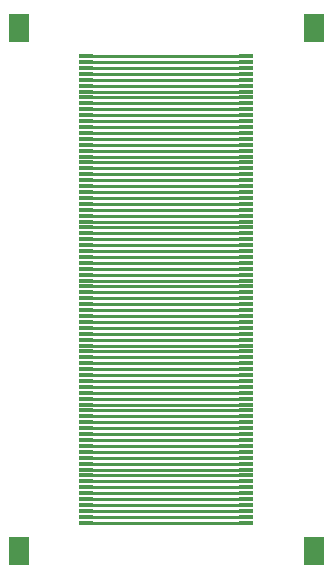
<source format=gtl>
G04*
G04 #@! TF.GenerationSoftware,Altium Limited,Altium Designer,22.3.1 (43)*
G04*
G04 Layer_Physical_Order=1*
G04 Layer_Color=255*
%FSLAX25Y25*%
%MOIN*%
G70*
G04*
G04 #@! TF.SameCoordinates,9D4118E4-E203-4AE3-99F8-471285BC0BC6*
G04*
G04*
G04 #@! TF.FilePolarity,Positive*
G04*
G01*
G75*
%ADD12C,0.01000*%
%ADD18R,0.07087X0.09252*%
%ADD19R,0.05118X0.01181*%
D12*
X184770Y60061D02*
X237930D01*
X184770Y58092D02*
X237930D01*
X184770Y56124D02*
X237930D01*
X184770Y54155D02*
X237930D01*
X184770Y52187D02*
X237930D01*
X184770Y50218D02*
X237930D01*
X184770Y48250D02*
X237930D01*
X184770Y46281D02*
X237930D01*
X184770Y44313D02*
X237930D01*
X184770Y42344D02*
X237930D01*
X184770Y197856D02*
X237930D01*
X184770Y195887D02*
X237930D01*
X184770Y193919D02*
X237930D01*
X184770Y191950D02*
X237930D01*
X184770Y189982D02*
X237930D01*
X184770Y188013D02*
X237930D01*
X184770Y123053D02*
X237930D01*
X184770Y121084D02*
X237930D01*
X184770Y119116D02*
X237930D01*
X184770Y117147D02*
X237930D01*
X184770Y115179D02*
X237930D01*
X184770Y113210D02*
X237930D01*
X184770Y111242D02*
X237930D01*
X184770Y109273D02*
X237930D01*
X184770Y107305D02*
X237930D01*
X184770Y105336D02*
X237930D01*
X184770Y103368D02*
X237930D01*
X184770Y101399D02*
X237930D01*
X184770Y99431D02*
X237930D01*
X184770Y97462D02*
X237930D01*
X184770Y95494D02*
X237930D01*
X184770Y93525D02*
X237930D01*
X184770Y91557D02*
X237930D01*
X184770Y89588D02*
X237930D01*
X184770Y87620D02*
X237930D01*
X184770Y85651D02*
X237930D01*
X184770Y83683D02*
X237930D01*
X184770Y81714D02*
X237930D01*
X184770Y79746D02*
X237930D01*
X184770Y77777D02*
X237930D01*
X184770Y75809D02*
X237930D01*
X184770Y73840D02*
X237930D01*
X184770Y71872D02*
X237930D01*
X184770Y69903D02*
X237930D01*
X184770Y67935D02*
X237930D01*
X184770Y65966D02*
X237930D01*
X184770Y63998D02*
X237930D01*
X184770Y62029D02*
X237930D01*
X184770Y186045D02*
X237930D01*
X184770Y184076D02*
X237930D01*
X184770Y182108D02*
X237930D01*
X184770Y180139D02*
X237930D01*
X184770Y178171D02*
X237930D01*
X184770Y176202D02*
X237930D01*
X184770Y174234D02*
X237930D01*
X184770Y172265D02*
X237930D01*
X184770Y170297D02*
X237930D01*
X184770Y168328D02*
X237930D01*
X184770Y166360D02*
X237930D01*
X184770Y164391D02*
X237930D01*
X184770Y162423D02*
X237930D01*
X184770Y160454D02*
X237930D01*
X184770Y158486D02*
X237930D01*
X184770Y156517D02*
X237930D01*
X184770Y154549D02*
X237930D01*
X184770Y152580D02*
X237930D01*
X184770Y150612D02*
X237930D01*
X184770Y148643D02*
X237930D01*
X184770Y146675D02*
X237930D01*
X184770Y144706D02*
X237930D01*
X184770Y142738D02*
X237930D01*
X184770Y140769D02*
X237930D01*
X184770Y138801D02*
X237930D01*
X184770Y136832D02*
X237930D01*
X184770Y134864D02*
X237930D01*
X184770Y132895D02*
X237930D01*
X184770Y130927D02*
X237930D01*
X184770Y128958D02*
X237930D01*
X184770Y126990D02*
X237930D01*
X184770Y125021D02*
X237930D01*
D18*
X162132Y207403D02*
D03*
Y32797D02*
D03*
X260568D02*
D03*
Y207403D02*
D03*
D19*
X184770Y42344D02*
D03*
Y44313D02*
D03*
Y46281D02*
D03*
Y48250D02*
D03*
Y50218D02*
D03*
Y52187D02*
D03*
Y54155D02*
D03*
Y56124D02*
D03*
Y58092D02*
D03*
Y60061D02*
D03*
Y62029D02*
D03*
Y63998D02*
D03*
Y65966D02*
D03*
Y67935D02*
D03*
Y69903D02*
D03*
Y71872D02*
D03*
Y73840D02*
D03*
Y75809D02*
D03*
Y77777D02*
D03*
Y79746D02*
D03*
Y81714D02*
D03*
Y83683D02*
D03*
Y85651D02*
D03*
Y87620D02*
D03*
Y89588D02*
D03*
Y91557D02*
D03*
Y93525D02*
D03*
Y95494D02*
D03*
Y97462D02*
D03*
Y99431D02*
D03*
Y101399D02*
D03*
Y103368D02*
D03*
Y105336D02*
D03*
Y107305D02*
D03*
Y109273D02*
D03*
Y111242D02*
D03*
Y113210D02*
D03*
Y115179D02*
D03*
Y117147D02*
D03*
Y119116D02*
D03*
Y121084D02*
D03*
Y123053D02*
D03*
Y125021D02*
D03*
Y126990D02*
D03*
Y128958D02*
D03*
Y130927D02*
D03*
Y132895D02*
D03*
Y134864D02*
D03*
Y136832D02*
D03*
Y138801D02*
D03*
Y140769D02*
D03*
Y142738D02*
D03*
Y144706D02*
D03*
Y146675D02*
D03*
Y148643D02*
D03*
Y150612D02*
D03*
Y152580D02*
D03*
Y154549D02*
D03*
Y156517D02*
D03*
Y158486D02*
D03*
Y160454D02*
D03*
Y162423D02*
D03*
Y164391D02*
D03*
Y166360D02*
D03*
Y168328D02*
D03*
Y170297D02*
D03*
Y172265D02*
D03*
Y174234D02*
D03*
Y176202D02*
D03*
Y178171D02*
D03*
Y180139D02*
D03*
Y182108D02*
D03*
Y184076D02*
D03*
Y186045D02*
D03*
Y188013D02*
D03*
Y189982D02*
D03*
Y191950D02*
D03*
Y193919D02*
D03*
Y195887D02*
D03*
Y197856D02*
D03*
X237930D02*
D03*
Y195887D02*
D03*
Y193919D02*
D03*
Y191950D02*
D03*
Y189982D02*
D03*
Y188013D02*
D03*
Y186045D02*
D03*
Y184076D02*
D03*
Y182108D02*
D03*
Y180139D02*
D03*
Y178171D02*
D03*
Y176202D02*
D03*
Y174234D02*
D03*
Y172265D02*
D03*
Y170297D02*
D03*
Y168328D02*
D03*
Y166360D02*
D03*
Y164391D02*
D03*
Y162423D02*
D03*
Y160454D02*
D03*
Y158486D02*
D03*
Y156517D02*
D03*
Y154549D02*
D03*
Y152580D02*
D03*
Y150612D02*
D03*
Y148643D02*
D03*
Y146675D02*
D03*
Y144706D02*
D03*
Y142738D02*
D03*
Y140769D02*
D03*
Y138801D02*
D03*
Y136832D02*
D03*
Y134864D02*
D03*
Y132895D02*
D03*
Y130927D02*
D03*
Y128958D02*
D03*
Y126990D02*
D03*
Y125021D02*
D03*
Y123053D02*
D03*
Y121084D02*
D03*
Y119116D02*
D03*
Y117147D02*
D03*
Y115179D02*
D03*
Y113210D02*
D03*
Y111242D02*
D03*
Y109273D02*
D03*
Y107305D02*
D03*
Y105336D02*
D03*
Y103368D02*
D03*
Y101399D02*
D03*
Y99431D02*
D03*
Y97462D02*
D03*
Y95494D02*
D03*
Y93525D02*
D03*
Y91557D02*
D03*
Y89588D02*
D03*
Y87620D02*
D03*
Y85651D02*
D03*
Y83683D02*
D03*
Y81714D02*
D03*
Y79746D02*
D03*
Y77777D02*
D03*
Y75809D02*
D03*
Y73840D02*
D03*
Y71872D02*
D03*
Y69903D02*
D03*
Y67935D02*
D03*
Y65966D02*
D03*
Y63998D02*
D03*
Y62029D02*
D03*
Y60061D02*
D03*
Y58092D02*
D03*
Y56124D02*
D03*
Y54155D02*
D03*
Y52187D02*
D03*
Y50218D02*
D03*
Y48250D02*
D03*
Y46281D02*
D03*
Y44313D02*
D03*
Y42344D02*
D03*
M02*

</source>
